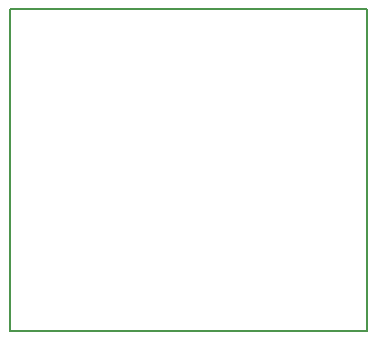
<source format=gbr>
G04 #@! TF.GenerationSoftware,KiCad,Pcbnew,5.0.2-bee76a0~70~ubuntu18.04.1*
G04 #@! TF.CreationDate,2019-03-02T12:35:57+01:00*
G04 #@! TF.ProjectId,3D_magnetic_board_5x5_panel,33445f6d-6167-46e6-9574-69635f626f61,rev?*
G04 #@! TF.SameCoordinates,Original*
G04 #@! TF.FileFunction,Profile,NP*
%FSLAX46Y46*%
G04 Gerber Fmt 4.6, Leading zero omitted, Abs format (unit mm)*
G04 Created by KiCad (PCBNEW 5.0.2-bee76a0~70~ubuntu18.04.1) date Sa 02 Mär 2019 12:35:57 CET*
%MOMM*%
%LPD*%
G01*
G04 APERTURE LIST*
%ADD10C,0.150000*%
G04 APERTURE END LIST*
D10*
X108100000Y-118500000D02*
X108100000Y-91250000D01*
X138350000Y-118500000D02*
X108100000Y-118500000D01*
X138350000Y-91250000D02*
X138350000Y-118500000D01*
X108100000Y-91250000D02*
X138350000Y-91250000D01*
M02*

</source>
